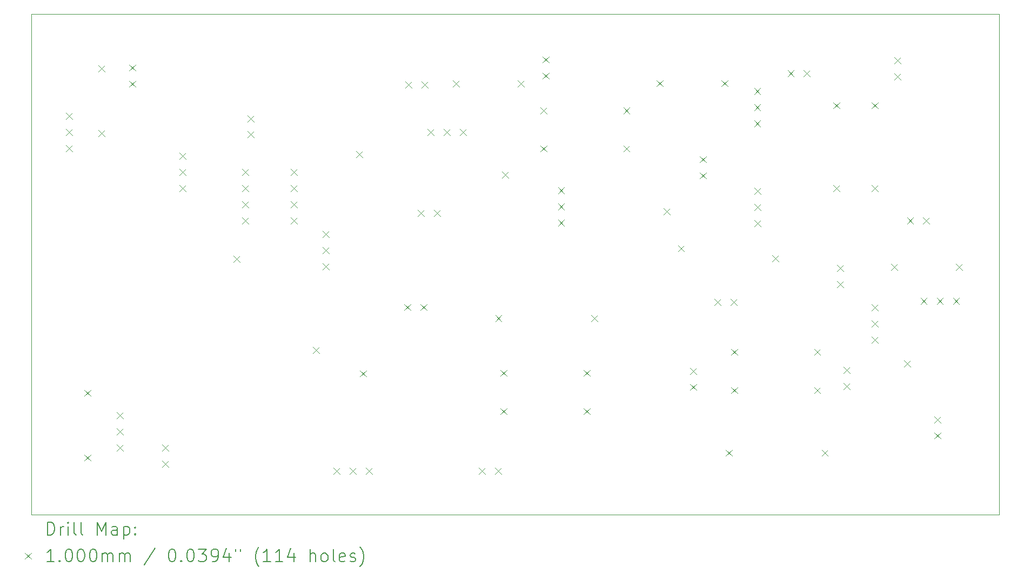
<source format=gbr>
%TF.GenerationSoftware,KiCad,Pcbnew,(6.0.7)*%
%TF.CreationDate,2023-01-27T14:33:48-05:00*%
%TF.ProjectId,Phoenix612_All_Stages_PA_Testing_v2,50686f65-6e69-4783-9631-325f416c6c5f,rev?*%
%TF.SameCoordinates,Original*%
%TF.FileFunction,Drillmap*%
%TF.FilePolarity,Positive*%
%FSLAX45Y45*%
G04 Gerber Fmt 4.5, Leading zero omitted, Abs format (unit mm)*
G04 Created by KiCad (PCBNEW (6.0.7)) date 2023-01-27 14:33:48*
%MOMM*%
%LPD*%
G01*
G04 APERTURE LIST*
%ADD10C,0.100000*%
%ADD11C,0.200000*%
G04 APERTURE END LIST*
D10*
X2141175Y-3683000D02*
X17307625Y-3683000D01*
X17307625Y-3683000D02*
X17307625Y-11538550D01*
X17307625Y-11538550D02*
X2141175Y-11538550D01*
X2141175Y-11538550D02*
X2141175Y-3683000D01*
D11*
D10*
X2686225Y-5226850D02*
X2786225Y-5326850D01*
X2786225Y-5226850D02*
X2686225Y-5326850D01*
X2686225Y-5480850D02*
X2786225Y-5580850D01*
X2786225Y-5480850D02*
X2686225Y-5580850D01*
X2686225Y-5734850D02*
X2786225Y-5834850D01*
X2786225Y-5734850D02*
X2686225Y-5834850D01*
X2971975Y-9576600D02*
X3071975Y-9676600D01*
X3071975Y-9576600D02*
X2971975Y-9676600D01*
X2971975Y-10592600D02*
X3071975Y-10692600D01*
X3071975Y-10592600D02*
X2971975Y-10692600D01*
X3194225Y-4483900D02*
X3294225Y-4583900D01*
X3294225Y-4483900D02*
X3194225Y-4583900D01*
X3194225Y-5499900D02*
X3294225Y-5599900D01*
X3294225Y-5499900D02*
X3194225Y-5599900D01*
X3479975Y-9931200D02*
X3579975Y-10031200D01*
X3579975Y-9931200D02*
X3479975Y-10031200D01*
X3479975Y-10185200D02*
X3579975Y-10285200D01*
X3579975Y-10185200D02*
X3479975Y-10285200D01*
X3479975Y-10439200D02*
X3579975Y-10539200D01*
X3579975Y-10439200D02*
X3479975Y-10539200D01*
X3670475Y-4471700D02*
X3770475Y-4571700D01*
X3770475Y-4471700D02*
X3670475Y-4571700D01*
X3670475Y-4725700D02*
X3770475Y-4825700D01*
X3770475Y-4725700D02*
X3670475Y-4825700D01*
X4191175Y-10437850D02*
X4291175Y-10537850D01*
X4291175Y-10437850D02*
X4191175Y-10537850D01*
X4191175Y-10687850D02*
X4291175Y-10787850D01*
X4291175Y-10687850D02*
X4191175Y-10787850D01*
X4457875Y-5856465D02*
X4557875Y-5956465D01*
X4557875Y-5856465D02*
X4457875Y-5956465D01*
X4457875Y-6110465D02*
X4557875Y-6210465D01*
X4557875Y-6110465D02*
X4457875Y-6210465D01*
X4457875Y-6364465D02*
X4557875Y-6464465D01*
X4557875Y-6364465D02*
X4457875Y-6464465D01*
X5308775Y-7469365D02*
X5408775Y-7569365D01*
X5408775Y-7469365D02*
X5308775Y-7569365D01*
X5443125Y-6111465D02*
X5543125Y-6211465D01*
X5543125Y-6111465D02*
X5443125Y-6211465D01*
X5443125Y-6365465D02*
X5543125Y-6465465D01*
X5543125Y-6365465D02*
X5443125Y-6465465D01*
X5443125Y-6619465D02*
X5543125Y-6719465D01*
X5543125Y-6619465D02*
X5443125Y-6719465D01*
X5443125Y-6873465D02*
X5543125Y-6973465D01*
X5543125Y-6873465D02*
X5443125Y-6973465D01*
X5524675Y-5269915D02*
X5624675Y-5369915D01*
X5624675Y-5269915D02*
X5524675Y-5369915D01*
X5524675Y-5519915D02*
X5624675Y-5619915D01*
X5624675Y-5519915D02*
X5524675Y-5619915D01*
X6205125Y-6111465D02*
X6305125Y-6211465D01*
X6305125Y-6111465D02*
X6205125Y-6211465D01*
X6205125Y-6365465D02*
X6305125Y-6465465D01*
X6305125Y-6365465D02*
X6205125Y-6465465D01*
X6205125Y-6619465D02*
X6305125Y-6719465D01*
X6305125Y-6619465D02*
X6205125Y-6719465D01*
X6205125Y-6873465D02*
X6305125Y-6973465D01*
X6305125Y-6873465D02*
X6205125Y-6973465D01*
X6553375Y-8903500D02*
X6653375Y-9003500D01*
X6653375Y-8903500D02*
X6553375Y-9003500D01*
X6705775Y-7081050D02*
X6805775Y-7181050D01*
X6805775Y-7081050D02*
X6705775Y-7181050D01*
X6705775Y-7335050D02*
X6805775Y-7435050D01*
X6805775Y-7335050D02*
X6705775Y-7435050D01*
X6705775Y-7589050D02*
X6805775Y-7689050D01*
X6805775Y-7589050D02*
X6705775Y-7689050D01*
X6877225Y-10801400D02*
X6977225Y-10901400D01*
X6977225Y-10801400D02*
X6877225Y-10901400D01*
X7131225Y-10801400D02*
X7231225Y-10901400D01*
X7231225Y-10801400D02*
X7131225Y-10901400D01*
X7232825Y-5830100D02*
X7332825Y-5930100D01*
X7332825Y-5830100D02*
X7232825Y-5930100D01*
X7289975Y-9271800D02*
X7389975Y-9371800D01*
X7389975Y-9271800D02*
X7289975Y-9371800D01*
X7385225Y-10801400D02*
X7485225Y-10901400D01*
X7485225Y-10801400D02*
X7385225Y-10901400D01*
X7986125Y-8230400D02*
X8086125Y-8330400D01*
X8086125Y-8230400D02*
X7986125Y-8330400D01*
X8001125Y-4736350D02*
X8101125Y-4836350D01*
X8101125Y-4736350D02*
X8001125Y-4836350D01*
X8198025Y-6750850D02*
X8298025Y-6850850D01*
X8298025Y-6750850D02*
X8198025Y-6850850D01*
X8236125Y-8230400D02*
X8336125Y-8330400D01*
X8336125Y-8230400D02*
X8236125Y-8330400D01*
X8251125Y-4736350D02*
X8351125Y-4836350D01*
X8351125Y-4736350D02*
X8251125Y-4836350D01*
X8346375Y-5485650D02*
X8446375Y-5585650D01*
X8446375Y-5485650D02*
X8346375Y-5585650D01*
X8452025Y-6750850D02*
X8552025Y-6850850D01*
X8552025Y-6750850D02*
X8452025Y-6850850D01*
X8600375Y-5485650D02*
X8700375Y-5585650D01*
X8700375Y-5485650D02*
X8600375Y-5585650D01*
X8746425Y-4723650D02*
X8846425Y-4823650D01*
X8846425Y-4723650D02*
X8746425Y-4823650D01*
X8854375Y-5485650D02*
X8954375Y-5585650D01*
X8954375Y-5485650D02*
X8854375Y-5585650D01*
X9151025Y-10802150D02*
X9251025Y-10902150D01*
X9251025Y-10802150D02*
X9151025Y-10902150D01*
X9405025Y-10802150D02*
X9505025Y-10902150D01*
X9505025Y-10802150D02*
X9405025Y-10902150D01*
X9410175Y-8401850D02*
X9510175Y-8501850D01*
X9510175Y-8401850D02*
X9410175Y-8501850D01*
X9491125Y-9263900D02*
X9591125Y-9363900D01*
X9591125Y-9263900D02*
X9491125Y-9363900D01*
X9491125Y-9863900D02*
X9591125Y-9963900D01*
X9591125Y-9863900D02*
X9491125Y-9963900D01*
X9518825Y-6153950D02*
X9618825Y-6253950D01*
X9618825Y-6153950D02*
X9518825Y-6253950D01*
X9762425Y-4723650D02*
X9862425Y-4823650D01*
X9862425Y-4723650D02*
X9762425Y-4823650D01*
X10115725Y-5141200D02*
X10215725Y-5241200D01*
X10215725Y-5141200D02*
X10115725Y-5241200D01*
X10115725Y-5741200D02*
X10215725Y-5841200D01*
X10215725Y-5741200D02*
X10115725Y-5841200D01*
X10153825Y-4343700D02*
X10253825Y-4443700D01*
X10253825Y-4343700D02*
X10153825Y-4443700D01*
X10153825Y-4597700D02*
X10253825Y-4697700D01*
X10253825Y-4597700D02*
X10153825Y-4697700D01*
X10392275Y-6399750D02*
X10492275Y-6499750D01*
X10492275Y-6399750D02*
X10392275Y-6499750D01*
X10392275Y-6653750D02*
X10492275Y-6753750D01*
X10492275Y-6653750D02*
X10392275Y-6753750D01*
X10392275Y-6907750D02*
X10492275Y-7007750D01*
X10492275Y-6907750D02*
X10392275Y-7007750D01*
X10791125Y-9263900D02*
X10891125Y-9363900D01*
X10891125Y-9263900D02*
X10791125Y-9363900D01*
X10791125Y-9863900D02*
X10891125Y-9963900D01*
X10891125Y-9863900D02*
X10791125Y-9963900D01*
X10910175Y-8401850D02*
X11010175Y-8501850D01*
X11010175Y-8401850D02*
X10910175Y-8501850D01*
X11415725Y-5141200D02*
X11515725Y-5241200D01*
X11515725Y-5141200D02*
X11415725Y-5241200D01*
X11415725Y-5741200D02*
X11515725Y-5841200D01*
X11515725Y-5741200D02*
X11415725Y-5841200D01*
X11934125Y-4717300D02*
X12034125Y-4817300D01*
X12034125Y-4717300D02*
X11934125Y-4817300D01*
X12046125Y-6725450D02*
X12146125Y-6825450D01*
X12146125Y-6725450D02*
X12046125Y-6825450D01*
X12270675Y-7308100D02*
X12370675Y-7408100D01*
X12370675Y-7308100D02*
X12270675Y-7408100D01*
X12465225Y-9233700D02*
X12565225Y-9333700D01*
X12565225Y-9233700D02*
X12465225Y-9333700D01*
X12465225Y-9483700D02*
X12565225Y-9583700D01*
X12565225Y-9483700D02*
X12465225Y-9583700D01*
X12611275Y-5911100D02*
X12711275Y-6011100D01*
X12711275Y-5911100D02*
X12611275Y-6011100D01*
X12611275Y-6165100D02*
X12711275Y-6265100D01*
X12711275Y-6165100D02*
X12611275Y-6265100D01*
X12839875Y-8147850D02*
X12939875Y-8247850D01*
X12939875Y-8147850D02*
X12839875Y-8247850D01*
X12950125Y-4717300D02*
X13050125Y-4817300D01*
X13050125Y-4717300D02*
X12950125Y-4817300D01*
X13023325Y-10516400D02*
X13123325Y-10616400D01*
X13123325Y-10516400D02*
X13023325Y-10616400D01*
X13093875Y-8147850D02*
X13193875Y-8247850D01*
X13193875Y-8147850D02*
X13093875Y-8247850D01*
X13104275Y-8933700D02*
X13204275Y-9033700D01*
X13204275Y-8933700D02*
X13104275Y-9033700D01*
X13104275Y-9533700D02*
X13204275Y-9633700D01*
X13204275Y-9533700D02*
X13104275Y-9633700D01*
X13464475Y-4838950D02*
X13564475Y-4938950D01*
X13564475Y-4838950D02*
X13464475Y-4938950D01*
X13464475Y-5092950D02*
X13564475Y-5192950D01*
X13564475Y-5092950D02*
X13464475Y-5192950D01*
X13464475Y-5346950D02*
X13564475Y-5446950D01*
X13564475Y-5346950D02*
X13464475Y-5446950D01*
X13470825Y-6406400D02*
X13570825Y-6506400D01*
X13570825Y-6406400D02*
X13470825Y-6506400D01*
X13470825Y-6660400D02*
X13570825Y-6760400D01*
X13570825Y-6660400D02*
X13470825Y-6760400D01*
X13470825Y-6914400D02*
X13570825Y-7014400D01*
X13570825Y-6914400D02*
X13470825Y-7014400D01*
X13747925Y-7462050D02*
X13847925Y-7562050D01*
X13847925Y-7462050D02*
X13747925Y-7562050D01*
X13990560Y-4558550D02*
X14090560Y-4658550D01*
X14090560Y-4558550D02*
X13990560Y-4658550D01*
X14240560Y-4558550D02*
X14340560Y-4658550D01*
X14340560Y-4558550D02*
X14240560Y-4658550D01*
X14404275Y-8933700D02*
X14504275Y-9033700D01*
X14504275Y-8933700D02*
X14404275Y-9033700D01*
X14404275Y-9533700D02*
X14504275Y-9633700D01*
X14504275Y-9533700D02*
X14404275Y-9633700D01*
X14523325Y-10516400D02*
X14623325Y-10616400D01*
X14623325Y-10516400D02*
X14523325Y-10616400D01*
X14707525Y-5064250D02*
X14807525Y-5164250D01*
X14807525Y-5064250D02*
X14707525Y-5164250D01*
X14707525Y-6364250D02*
X14807525Y-6464250D01*
X14807525Y-6364250D02*
X14707525Y-6464250D01*
X14763925Y-7614450D02*
X14863925Y-7714450D01*
X14863925Y-7614450D02*
X14763925Y-7714450D01*
X14763925Y-7868450D02*
X14863925Y-7968450D01*
X14863925Y-7868450D02*
X14763925Y-7968450D01*
X14865525Y-9214650D02*
X14965525Y-9314650D01*
X14965525Y-9214650D02*
X14865525Y-9314650D01*
X14865525Y-9468650D02*
X14965525Y-9568650D01*
X14965525Y-9468650D02*
X14865525Y-9568650D01*
X15307525Y-5064250D02*
X15407525Y-5164250D01*
X15407525Y-5064250D02*
X15307525Y-5164250D01*
X15307525Y-6364250D02*
X15407525Y-6464250D01*
X15407525Y-6364250D02*
X15307525Y-6464250D01*
X15307925Y-8236750D02*
X15407925Y-8336750D01*
X15407925Y-8236750D02*
X15307925Y-8336750D01*
X15307925Y-8490750D02*
X15407925Y-8590750D01*
X15407925Y-8490750D02*
X15307925Y-8590750D01*
X15307925Y-8744750D02*
X15407925Y-8844750D01*
X15407925Y-8744750D02*
X15307925Y-8844750D01*
X15614825Y-7601750D02*
X15714825Y-7701750D01*
X15714825Y-7601750D02*
X15614825Y-7701750D01*
X15665625Y-4356900D02*
X15765625Y-4456900D01*
X15765625Y-4356900D02*
X15665625Y-4456900D01*
X15665625Y-4610900D02*
X15765625Y-4710900D01*
X15765625Y-4610900D02*
X15665625Y-4710900D01*
X15811675Y-9113050D02*
X15911675Y-9213050D01*
X15911675Y-9113050D02*
X15811675Y-9213050D01*
X15861090Y-6871500D02*
X15961090Y-6971500D01*
X15961090Y-6871500D02*
X15861090Y-6971500D01*
X16073025Y-8135150D02*
X16173025Y-8235150D01*
X16173025Y-8135150D02*
X16073025Y-8235150D01*
X16111090Y-6871500D02*
X16211090Y-6971500D01*
X16211090Y-6871500D02*
X16111090Y-6971500D01*
X16287925Y-9995700D02*
X16387925Y-10095700D01*
X16387925Y-9995700D02*
X16287925Y-10095700D01*
X16287925Y-10245700D02*
X16387925Y-10345700D01*
X16387925Y-10245700D02*
X16287925Y-10345700D01*
X16327025Y-8135150D02*
X16427025Y-8235150D01*
X16427025Y-8135150D02*
X16327025Y-8235150D01*
X16581025Y-8135150D02*
X16681025Y-8235150D01*
X16681025Y-8135150D02*
X16581025Y-8235150D01*
X16630825Y-7601750D02*
X16730825Y-7701750D01*
X16730825Y-7601750D02*
X16630825Y-7701750D01*
D11*
X2393794Y-11854026D02*
X2393794Y-11654026D01*
X2441413Y-11654026D01*
X2469985Y-11663550D01*
X2489032Y-11682598D01*
X2498556Y-11701645D01*
X2508080Y-11739740D01*
X2508080Y-11768312D01*
X2498556Y-11806407D01*
X2489032Y-11825455D01*
X2469985Y-11844502D01*
X2441413Y-11854026D01*
X2393794Y-11854026D01*
X2593794Y-11854026D02*
X2593794Y-11720693D01*
X2593794Y-11758788D02*
X2603318Y-11739740D01*
X2612842Y-11730217D01*
X2631889Y-11720693D01*
X2650937Y-11720693D01*
X2717604Y-11854026D02*
X2717604Y-11720693D01*
X2717604Y-11654026D02*
X2708080Y-11663550D01*
X2717604Y-11673074D01*
X2727127Y-11663550D01*
X2717604Y-11654026D01*
X2717604Y-11673074D01*
X2841413Y-11854026D02*
X2822365Y-11844502D01*
X2812842Y-11825455D01*
X2812842Y-11654026D01*
X2946175Y-11854026D02*
X2927127Y-11844502D01*
X2917603Y-11825455D01*
X2917603Y-11654026D01*
X3174746Y-11854026D02*
X3174746Y-11654026D01*
X3241413Y-11796883D01*
X3308080Y-11654026D01*
X3308080Y-11854026D01*
X3489032Y-11854026D02*
X3489032Y-11749264D01*
X3479508Y-11730217D01*
X3460461Y-11720693D01*
X3422365Y-11720693D01*
X3403318Y-11730217D01*
X3489032Y-11844502D02*
X3469984Y-11854026D01*
X3422365Y-11854026D01*
X3403318Y-11844502D01*
X3393794Y-11825455D01*
X3393794Y-11806407D01*
X3403318Y-11787359D01*
X3422365Y-11777836D01*
X3469984Y-11777836D01*
X3489032Y-11768312D01*
X3584270Y-11720693D02*
X3584270Y-11920693D01*
X3584270Y-11730217D02*
X3603318Y-11720693D01*
X3641413Y-11720693D01*
X3660461Y-11730217D01*
X3669984Y-11739740D01*
X3679508Y-11758788D01*
X3679508Y-11815931D01*
X3669984Y-11834978D01*
X3660461Y-11844502D01*
X3641413Y-11854026D01*
X3603318Y-11854026D01*
X3584270Y-11844502D01*
X3765223Y-11834978D02*
X3774746Y-11844502D01*
X3765223Y-11854026D01*
X3755699Y-11844502D01*
X3765223Y-11834978D01*
X3765223Y-11854026D01*
X3765223Y-11730217D02*
X3774746Y-11739740D01*
X3765223Y-11749264D01*
X3755699Y-11739740D01*
X3765223Y-11730217D01*
X3765223Y-11749264D01*
D10*
X2036175Y-12133550D02*
X2136175Y-12233550D01*
X2136175Y-12133550D02*
X2036175Y-12233550D01*
D11*
X2498556Y-12274026D02*
X2384270Y-12274026D01*
X2441413Y-12274026D02*
X2441413Y-12074026D01*
X2422365Y-12102598D01*
X2403318Y-12121645D01*
X2384270Y-12131169D01*
X2584270Y-12254978D02*
X2593794Y-12264502D01*
X2584270Y-12274026D01*
X2574746Y-12264502D01*
X2584270Y-12254978D01*
X2584270Y-12274026D01*
X2717604Y-12074026D02*
X2736651Y-12074026D01*
X2755699Y-12083550D01*
X2765223Y-12093074D01*
X2774746Y-12112121D01*
X2784270Y-12150217D01*
X2784270Y-12197836D01*
X2774746Y-12235931D01*
X2765223Y-12254978D01*
X2755699Y-12264502D01*
X2736651Y-12274026D01*
X2717604Y-12274026D01*
X2698556Y-12264502D01*
X2689032Y-12254978D01*
X2679508Y-12235931D01*
X2669985Y-12197836D01*
X2669985Y-12150217D01*
X2679508Y-12112121D01*
X2689032Y-12093074D01*
X2698556Y-12083550D01*
X2717604Y-12074026D01*
X2908080Y-12074026D02*
X2927127Y-12074026D01*
X2946175Y-12083550D01*
X2955699Y-12093074D01*
X2965223Y-12112121D01*
X2974746Y-12150217D01*
X2974746Y-12197836D01*
X2965223Y-12235931D01*
X2955699Y-12254978D01*
X2946175Y-12264502D01*
X2927127Y-12274026D01*
X2908080Y-12274026D01*
X2889032Y-12264502D01*
X2879508Y-12254978D01*
X2869984Y-12235931D01*
X2860461Y-12197836D01*
X2860461Y-12150217D01*
X2869984Y-12112121D01*
X2879508Y-12093074D01*
X2889032Y-12083550D01*
X2908080Y-12074026D01*
X3098556Y-12074026D02*
X3117603Y-12074026D01*
X3136651Y-12083550D01*
X3146175Y-12093074D01*
X3155699Y-12112121D01*
X3165223Y-12150217D01*
X3165223Y-12197836D01*
X3155699Y-12235931D01*
X3146175Y-12254978D01*
X3136651Y-12264502D01*
X3117603Y-12274026D01*
X3098556Y-12274026D01*
X3079508Y-12264502D01*
X3069984Y-12254978D01*
X3060461Y-12235931D01*
X3050937Y-12197836D01*
X3050937Y-12150217D01*
X3060461Y-12112121D01*
X3069984Y-12093074D01*
X3079508Y-12083550D01*
X3098556Y-12074026D01*
X3250937Y-12274026D02*
X3250937Y-12140693D01*
X3250937Y-12159740D02*
X3260461Y-12150217D01*
X3279508Y-12140693D01*
X3308080Y-12140693D01*
X3327127Y-12150217D01*
X3336651Y-12169264D01*
X3336651Y-12274026D01*
X3336651Y-12169264D02*
X3346175Y-12150217D01*
X3365223Y-12140693D01*
X3393794Y-12140693D01*
X3412842Y-12150217D01*
X3422365Y-12169264D01*
X3422365Y-12274026D01*
X3517603Y-12274026D02*
X3517603Y-12140693D01*
X3517603Y-12159740D02*
X3527127Y-12150217D01*
X3546175Y-12140693D01*
X3574746Y-12140693D01*
X3593794Y-12150217D01*
X3603318Y-12169264D01*
X3603318Y-12274026D01*
X3603318Y-12169264D02*
X3612842Y-12150217D01*
X3631889Y-12140693D01*
X3660461Y-12140693D01*
X3679508Y-12150217D01*
X3689032Y-12169264D01*
X3689032Y-12274026D01*
X4079508Y-12064502D02*
X3908080Y-12321645D01*
X4336651Y-12074026D02*
X4355699Y-12074026D01*
X4374746Y-12083550D01*
X4384270Y-12093074D01*
X4393794Y-12112121D01*
X4403318Y-12150217D01*
X4403318Y-12197836D01*
X4393794Y-12235931D01*
X4384270Y-12254978D01*
X4374746Y-12264502D01*
X4355699Y-12274026D01*
X4336651Y-12274026D01*
X4317604Y-12264502D01*
X4308080Y-12254978D01*
X4298556Y-12235931D01*
X4289032Y-12197836D01*
X4289032Y-12150217D01*
X4298556Y-12112121D01*
X4308080Y-12093074D01*
X4317604Y-12083550D01*
X4336651Y-12074026D01*
X4489032Y-12254978D02*
X4498556Y-12264502D01*
X4489032Y-12274026D01*
X4479508Y-12264502D01*
X4489032Y-12254978D01*
X4489032Y-12274026D01*
X4622365Y-12074026D02*
X4641413Y-12074026D01*
X4660461Y-12083550D01*
X4669985Y-12093074D01*
X4679508Y-12112121D01*
X4689032Y-12150217D01*
X4689032Y-12197836D01*
X4679508Y-12235931D01*
X4669985Y-12254978D01*
X4660461Y-12264502D01*
X4641413Y-12274026D01*
X4622365Y-12274026D01*
X4603318Y-12264502D01*
X4593794Y-12254978D01*
X4584270Y-12235931D01*
X4574746Y-12197836D01*
X4574746Y-12150217D01*
X4584270Y-12112121D01*
X4593794Y-12093074D01*
X4603318Y-12083550D01*
X4622365Y-12074026D01*
X4755699Y-12074026D02*
X4879508Y-12074026D01*
X4812842Y-12150217D01*
X4841413Y-12150217D01*
X4860461Y-12159740D01*
X4869985Y-12169264D01*
X4879508Y-12188312D01*
X4879508Y-12235931D01*
X4869985Y-12254978D01*
X4860461Y-12264502D01*
X4841413Y-12274026D01*
X4784270Y-12274026D01*
X4765223Y-12264502D01*
X4755699Y-12254978D01*
X4974746Y-12274026D02*
X5012842Y-12274026D01*
X5031889Y-12264502D01*
X5041413Y-12254978D01*
X5060461Y-12226407D01*
X5069985Y-12188312D01*
X5069985Y-12112121D01*
X5060461Y-12093074D01*
X5050937Y-12083550D01*
X5031889Y-12074026D01*
X4993794Y-12074026D01*
X4974746Y-12083550D01*
X4965223Y-12093074D01*
X4955699Y-12112121D01*
X4955699Y-12159740D01*
X4965223Y-12178788D01*
X4974746Y-12188312D01*
X4993794Y-12197836D01*
X5031889Y-12197836D01*
X5050937Y-12188312D01*
X5060461Y-12178788D01*
X5069985Y-12159740D01*
X5241413Y-12140693D02*
X5241413Y-12274026D01*
X5193794Y-12064502D02*
X5146175Y-12207359D01*
X5269985Y-12207359D01*
X5336651Y-12074026D02*
X5336651Y-12112121D01*
X5412842Y-12074026D02*
X5412842Y-12112121D01*
X5708080Y-12350217D02*
X5698556Y-12340693D01*
X5679508Y-12312121D01*
X5669984Y-12293074D01*
X5660461Y-12264502D01*
X5650937Y-12216883D01*
X5650937Y-12178788D01*
X5660461Y-12131169D01*
X5669984Y-12102598D01*
X5679508Y-12083550D01*
X5698556Y-12054978D01*
X5708080Y-12045455D01*
X5889032Y-12274026D02*
X5774746Y-12274026D01*
X5831889Y-12274026D02*
X5831889Y-12074026D01*
X5812842Y-12102598D01*
X5793794Y-12121645D01*
X5774746Y-12131169D01*
X6079508Y-12274026D02*
X5965223Y-12274026D01*
X6022365Y-12274026D02*
X6022365Y-12074026D01*
X6003318Y-12102598D01*
X5984270Y-12121645D01*
X5965223Y-12131169D01*
X6250937Y-12140693D02*
X6250937Y-12274026D01*
X6203318Y-12064502D02*
X6155699Y-12207359D01*
X6279508Y-12207359D01*
X6508080Y-12274026D02*
X6508080Y-12074026D01*
X6593794Y-12274026D02*
X6593794Y-12169264D01*
X6584270Y-12150217D01*
X6565223Y-12140693D01*
X6536651Y-12140693D01*
X6517603Y-12150217D01*
X6508080Y-12159740D01*
X6717603Y-12274026D02*
X6698556Y-12264502D01*
X6689032Y-12254978D01*
X6679508Y-12235931D01*
X6679508Y-12178788D01*
X6689032Y-12159740D01*
X6698556Y-12150217D01*
X6717603Y-12140693D01*
X6746175Y-12140693D01*
X6765223Y-12150217D01*
X6774746Y-12159740D01*
X6784270Y-12178788D01*
X6784270Y-12235931D01*
X6774746Y-12254978D01*
X6765223Y-12264502D01*
X6746175Y-12274026D01*
X6717603Y-12274026D01*
X6898556Y-12274026D02*
X6879508Y-12264502D01*
X6869984Y-12245455D01*
X6869984Y-12074026D01*
X7050937Y-12264502D02*
X7031889Y-12274026D01*
X6993794Y-12274026D01*
X6974746Y-12264502D01*
X6965223Y-12245455D01*
X6965223Y-12169264D01*
X6974746Y-12150217D01*
X6993794Y-12140693D01*
X7031889Y-12140693D01*
X7050937Y-12150217D01*
X7060461Y-12169264D01*
X7060461Y-12188312D01*
X6965223Y-12207359D01*
X7136651Y-12264502D02*
X7155699Y-12274026D01*
X7193794Y-12274026D01*
X7212842Y-12264502D01*
X7222365Y-12245455D01*
X7222365Y-12235931D01*
X7212842Y-12216883D01*
X7193794Y-12207359D01*
X7165223Y-12207359D01*
X7146175Y-12197836D01*
X7136651Y-12178788D01*
X7136651Y-12169264D01*
X7146175Y-12150217D01*
X7165223Y-12140693D01*
X7193794Y-12140693D01*
X7212842Y-12150217D01*
X7289032Y-12350217D02*
X7298556Y-12340693D01*
X7317603Y-12312121D01*
X7327127Y-12293074D01*
X7336651Y-12264502D01*
X7346175Y-12216883D01*
X7346175Y-12178788D01*
X7336651Y-12131169D01*
X7327127Y-12102598D01*
X7317603Y-12083550D01*
X7298556Y-12054978D01*
X7289032Y-12045455D01*
M02*

</source>
